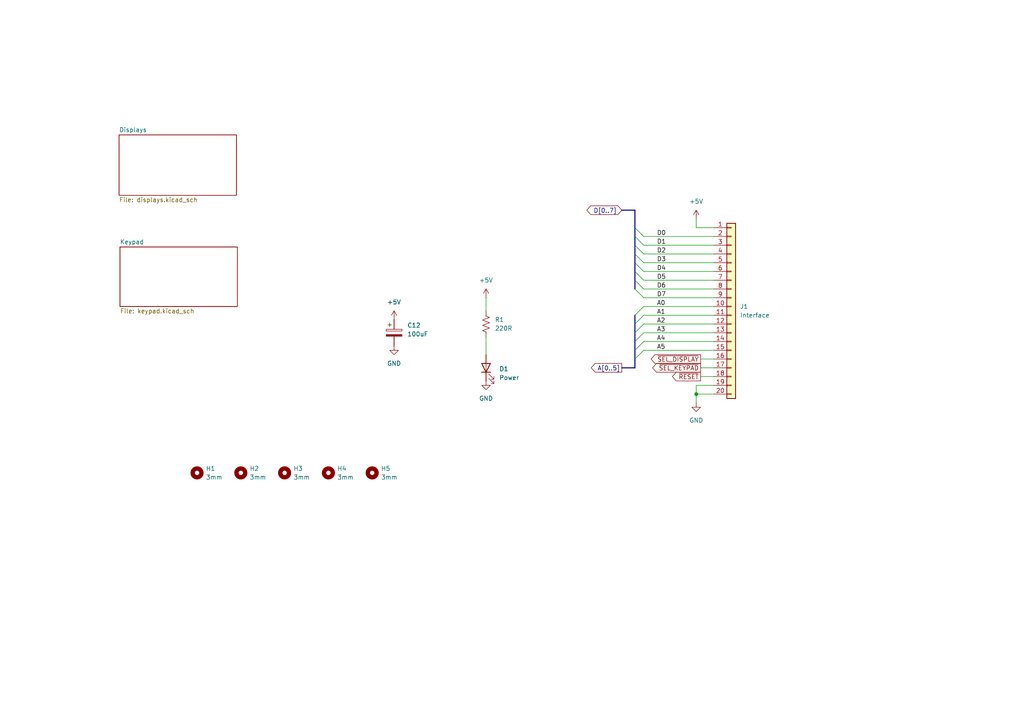
<source format=kicad_sch>
(kicad_sch (version 20231120) (generator "eeschema") (generator_version "8.0")
  (paper "A4")
  (title_block (title "Generic Front Panel FP-01") (date "May 2025") (rev "1") (comment 1 "Copyright (c) 2025 Rhys Weatherley"))
  (lib_symbols
    (symbol "Connector_Generic:Conn_01x20" (pin_names (offset 1.016) hide)
      (property "Reference" "J" (at 0 25.4 0))
      (property "Value" "Conn_01x20" (at 0 -27.94 0))
      (symbol "Conn_01x20_1_1"
        (rectangle (start -1.27 -25.273) (end 0 -25.527) (stroke (width 0.1524)))
        (rectangle (start -1.27 -22.733) (end 0 -22.987) (stroke (width 0.1524)))
        (rectangle (start -1.27 -20.193) (end 0 -20.447) (stroke (width 0.1524)))
        (rectangle (start -1.27 -17.653) (end 0 -17.907) (stroke (width 0.1524)))
        (rectangle (start -1.27 -15.113) (end 0 -15.367) (stroke (width 0.1524)))
        (rectangle (start -1.27 -12.573) (end 0 -12.827) (stroke (width 0.1524)))
        (rectangle (start -1.27 -10.033) (end 0 -10.287) (stroke (width 0.1524)))
        (rectangle (start -1.27 -7.493) (end 0 -7.747) (stroke (width 0.1524)))
        (rectangle (start -1.27 -4.953) (end 0 -5.207) (stroke (width 0.1524)))
        (rectangle (start -1.27 -2.413) (end 0 -2.667) (stroke (width 0.1524)))
        (rectangle (start -1.27 0.127) (end 0 -0.127) (stroke (width 0.1524)))
        (rectangle (start -1.27 2.667) (end 0 2.413) (stroke (width 0.1524)))
        (rectangle (start -1.27 5.207) (end 0 4.953) (stroke (width 0.1524)))
        (rectangle (start -1.27 7.747) (end 0 7.493) (stroke (width 0.1524)))
        (rectangle (start -1.27 10.287) (end 0 10.033) (stroke (width 0.1524)))
        (rectangle (start -1.27 12.827) (end 0 12.573) (stroke (width 0.1524)))
        (rectangle (start -1.27 15.367) (end 0 15.113) (stroke (width 0.1524)))
        (rectangle (start -1.27 17.907) (end 0 17.653) (stroke (width 0.1524)))
        (rectangle (start -1.27 20.447) (end 0 20.193) (stroke (width 0.1524)))
        (rectangle (start -1.27 22.987) (end 0 22.733) (stroke (width 0.1524)))
        (rectangle (start -1.27 24.13) (end 1.27 -26.67) (stroke (width 0.254)) (fill (type background)))
        (pin passive line (at -5.08 22.86 0) (length 3.81) (name "Pin_1") (number "1"))
        (pin passive line (at -5.08 0 0) (length 3.81) (name "Pin_10") (number "10"))
        (pin passive line (at -5.08 -2.54 0) (length 3.81) (name "Pin_11") (number "11"))
        (pin passive line (at -5.08 -5.08 0) (length 3.81) (name "Pin_12") (number "12"))
        (pin passive line (at -5.08 -7.62 0) (length 3.81) (name "Pin_13") (number "13"))
        (pin passive line (at -5.08 -10.16 0) (length 3.81) (name "Pin_14") (number "14"))
        (pin passive line (at -5.08 -12.7 0) (length 3.81) (name "Pin_15") (number "15"))
        (pin passive line (at -5.08 -15.24 0) (length 3.81) (name "Pin_16") (number "16"))
        (pin passive line (at -5.08 -17.78 0) (length 3.81) (name "Pin_17") (number "17"))
        (pin passive line (at -5.08 -20.32 0) (length 3.81) (name "Pin_18") (number "18"))
        (pin passive line (at -5.08 -22.86 0) (length 3.81) (name "Pin_19") (number "19"))
        (pin passive line (at -5.08 20.32 0) (length 3.81) (name "Pin_2") (number "2"))
        (pin passive line (at -5.08 -25.4 0) (length 3.81) (name "Pin_20") (number "20"))
        (pin passive line (at -5.08 17.78 0) (length 3.81) (name "Pin_3") (number "3"))
        (pin passive line (at -5.08 15.24 0) (length 3.81) (name "Pin_4") (number "4"))
        (pin passive line (at -5.08 12.7 0) (length 3.81) (name "Pin_5") (number "5"))
        (pin passive line (at -5.08 10.16 0) (length 3.81) (name "Pin_6") (number "6"))
        (pin passive line (at -5.08 7.62 0) (length 3.81) (name "Pin_7") (number "7"))
        (pin passive line (at -5.08 5.08 0) (length 3.81) (name "Pin_8") (number "8"))
        (pin passive line (at -5.08 2.54 0) (length 3.81) (name "Pin_9") (number "9"))
      )
    )
    (symbol "Device:C_Polarized" (pin_numbers hide) (pin_names (offset 0.254))
      (property "Reference" "C" (at 0.635 2.54 0))
      (property "Value" "C_Polarized" (at 0.635 -2.54 0))
      (symbol "C_Polarized_0_1"
        (rectangle (start -2.286 0.508) (end 2.286 1.016))
        (polyline (pts (xy -1.778 2.286) (xy -0.762 2.286)))
        (polyline (pts (xy -1.27 2.794) (xy -1.27 1.778)))
        (rectangle (start 2.286 -0.508) (end -2.286 -1.016) (fill (type outline)))
      )
      (symbol "C_Polarized_1_1"
        (pin passive line (at 0 3.81 270) (length 2.794) (name "~") (number "1"))
        (pin passive line (at 0 -3.81 90) (length 2.794) (name "~") (number "2"))
      )
    )
    (symbol "Device:LED" (pin_numbers hide) (pin_names (offset 1.016) hide)
      (property "Reference" "D" (at 0 2.54 0))
      (property "Value" "LED" (at 0 -2.54 0))
      (symbol "LED_0_1"
        (polyline (pts (xy -1.27 -1.27) (xy -1.27 1.27)) (stroke (width 0.254)))
        (polyline (pts (xy -1.27 0) (xy 1.27 0)))
        (polyline (pts (xy 1.27 -1.27) (xy 1.27 1.27) (xy -1.27 0) (xy 1.27 -1.27)) (stroke (width 0.254)))
        (polyline (pts (xy -3.048 -0.762) (xy -4.572 -2.286) (xy -3.81 -2.286) (xy -4.572 -2.286) (xy -4.572 -1.524)))
        (polyline (pts (xy -1.778 -0.762) (xy -3.302 -2.286) (xy -2.54 -2.286) (xy -3.302 -2.286) (xy -3.302 -1.524)))
      )
      (symbol "LED_1_1"
        (pin passive line (at -3.81 0 0) (length 2.54) (name "K") (number "1"))
        (pin passive line (at 3.81 0 180) (length 2.54) (name "A") (number "2"))
      )
    )
    (symbol "Device:R_US" (pin_numbers hide) (pin_names (offset 0))
      (property "Reference" "R" (at 2.54 0 90))
      (property "Value" "R_US" (at -2.54 0 90))
      (symbol "R_US_0_1"
        (polyline (pts (xy 0 -2.286) (xy 0 -2.54)))
        (polyline (pts (xy 0 2.286) (xy 0 2.54)))
        (polyline (pts (xy 0 -0.762) (xy 1.016 -1.143) (xy 0 -1.524) (xy -1.016 -1.905) (xy 0 -2.286)))
        (polyline (pts (xy 0 0.762) (xy 1.016 0.381) (xy 0 0) (xy -1.016 -0.381) (xy 0 -0.762)))
        (polyline (pts (xy 0 2.286) (xy 1.016 1.905) (xy 0 1.524) (xy -1.016 1.143) (xy 0 0.762)))
      )
      (symbol "R_US_1_1"
        (pin passive line (at 0 3.81 270) (length 1.27) (name "~") (number "1"))
        (pin passive line (at 0 -3.81 90) (length 1.27) (name "~") (number "2"))
      )
    )
    (symbol "Mechanical:MountingHole" (pin_names (offset 1.016)) (exclude_from_sim yes) (in_bom no)
      (property "Reference" "H" (at 0 5.08 0))
      (property "Value" "MountingHole" (at 0 3.175 0))
      (symbol "MountingHole_0_1"
        (circle (center 0 0) (radius 1.27) (stroke (width 1.27)))
      )
    )
    (symbol "power:+5V" (power) (pin_numbers hide) (pin_names (offset 0) hide)
      (property "Value" "+5V" (at 0 3.556 0))
      (symbol "+5V_0_1"
        (polyline (pts (xy -0.762 1.27) (xy 0 2.54)))
        (polyline (pts (xy 0 0) (xy 0 2.54)))
        (polyline (pts (xy 0 2.54) (xy 0.762 1.27)))
      )
      (symbol "+5V_1_1"
        (pin power_in line (at 0 0 90) (length 0) (name "~") (number "1"))
      )
    )
    (symbol "power:GND" (power) (pin_numbers hide) (pin_names (offset 0) hide)
      (property "Value" "GND" (at 0 -3.81 0))
      (symbol "GND_0_1"
        (polyline (pts (xy 0 0) (xy 0 -1.27) (xy 1.27 -1.27) (xy 0 -2.54) (xy -1.27 -1.27) (xy 0 -1.27)))
      )
      (symbol "GND_1_1"
        (pin power_in line (at 0 0 270) (length 0) (name "~") (number "1"))
      )
    )
  )
  (junction (at 201.93 114.3))
  (bus_entry (at 184.15 83.82) (size 2.54 2.54))
  (bus_entry (at 184.15 93.98) (size 2.54 -2.54))
  (bus_entry (at 184.15 101.6) (size 2.54 -2.54))
  (bus_entry (at 184.15 104.14) (size 2.54 -2.54))
  (bus_entry (at 184.15 73.66) (size 2.54 2.54))
  (bus_entry (at 184.15 78.74) (size 2.54 2.54))
  (bus_entry (at 184.15 91.44) (size 2.54 -2.54))
  (bus_entry (at 184.15 66.04) (size 2.54 2.54))
  (bus_entry (at 184.15 71.12) (size 2.54 2.54))
  (bus_entry (at 184.15 99.06) (size 2.54 -2.54))
  (bus_entry (at 184.15 68.58) (size 2.54 2.54))
  (bus_entry (at 184.15 76.2) (size 2.54 2.54))
  (bus_entry (at 184.15 96.52) (size 2.54 -2.54))
  (bus_entry (at 184.15 81.28) (size 2.54 2.54))
  (wire (pts (xy 186.69 88.9) (xy 207.01 88.9)))
  (wire (pts (xy 186.69 83.82) (xy 207.01 83.82)))
  (wire (pts (xy 186.69 68.58) (xy 207.01 68.58)))
  (wire (pts (xy 207.01 111.76) (xy 201.93 111.76)))
  (wire (pts (xy 186.69 101.6) (xy 207.01 101.6)))
  (bus (pts (xy 184.15 91.44) (xy 184.15 93.98)))
  (wire (pts (xy 140.97 86.36) (xy 140.97 90.17)))
  (wire (pts (xy 186.69 71.12) (xy 207.01 71.12)))
  (bus (pts (xy 180.34 106.68) (xy 184.15 106.68)))
  (wire (pts (xy 186.69 99.06) (xy 207.01 99.06)))
  (bus (pts (xy 184.15 60.96) (xy 184.15 66.04)))
  (wire (pts (xy 186.69 73.66) (xy 207.01 73.66)))
  (wire (pts (xy 207.01 66.04) (xy 201.93 66.04)))
  (wire (pts (xy 186.69 76.2) (xy 207.01 76.2)))
  (bus (pts (xy 184.15 68.58) (xy 184.15 71.12)))
  (wire (pts (xy 201.93 111.76) (xy 201.93 114.3)))
  (bus (pts (xy 184.15 73.66) (xy 184.15 76.2)))
  (bus (pts (xy 180.34 60.96) (xy 184.15 60.96)))
  (wire (pts (xy 140.97 97.79) (xy 140.97 102.87)))
  (wire (pts (xy 186.69 78.74) (xy 207.01 78.74)))
  (bus (pts (xy 184.15 71.12) (xy 184.15 73.66)))
  (wire (pts (xy 201.93 116.84) (xy 201.93 114.3)))
  (bus (pts (xy 184.15 66.04) (xy 184.15 68.58)))
  (bus (pts (xy 184.15 76.2) (xy 184.15 78.74)))
  (bus (pts (xy 184.15 81.28) (xy 184.15 83.82)))
  (wire (pts (xy 186.69 93.98) (xy 207.01 93.98)))
  (wire (pts (xy 186.69 86.36) (xy 207.01 86.36)))
  (bus (pts (xy 184.15 96.52) (xy 184.15 99.06)))
  (bus (pts (xy 184.15 104.14) (xy 184.15 106.68)))
  (wire (pts (xy 201.93 66.04) (xy 201.93 63.5)))
  (bus (pts (xy 184.15 78.74) (xy 184.15 81.28)))
  (wire (pts (xy 201.93 114.3) (xy 207.01 114.3)))
  (wire (pts (xy 186.69 96.52) (xy 207.01 96.52)))
  (wire (pts (xy 203.2 109.22) (xy 207.01 109.22)))
  (bus (pts (xy 184.15 101.6) (xy 184.15 104.14)))
  (wire (pts (xy 186.69 91.44) (xy 207.01 91.44)))
  (bus (pts (xy 184.15 99.06) (xy 184.15 101.6)))
  (wire (pts (xy 203.2 106.68) (xy 207.01 106.68)))
  (wire (pts (xy 203.2 104.14) (xy 207.01 104.14)))
  (bus (pts (xy 184.15 93.98) (xy 184.15 96.52)))
  (wire (pts (xy 186.69 81.28) (xy 207.01 81.28)))
  (label "A1" (at 190.5 91.44 0))
  (label "A3" (at 190.5 96.52 0))
  (label "D1" (at 190.5 71.12 0))
  (label "D0" (at 190.5 68.58 0))
  (label "D4" (at 190.5 78.74 0))
  (label "D6" (at 190.5 83.82 0))
  (label "D3" (at 190.5 76.2 0))
  (label "D2" (at 190.5 73.66 0))
  (label "D5" (at 190.5 81.28 0))
  (label "A4" (at 190.5 99.06 0))
  (label "A0" (at 190.5 88.9 0))
  (label "A5" (at 190.5 101.6 0))
  (label "D7" (at 190.5 86.36 0))
  (label "A2" (at 190.5 93.98 0))
  (global_label "~{SEL_DISPLAY}" (shape output) (at 203.2 104.14 180) (property "Intersheetrefs" "${INTERSHEET_REFS}" (effects (hide yes))))
  (global_label "~{SEL_KEYPAD}" (shape output) (at 203.2 106.68 180) (property "Intersheetrefs" "${INTERSHEET_REFS}" (effects (hide yes))))
  (global_label "~{RESET}" (shape output) (at 203.2 109.22 180) (property "Intersheetrefs" "${INTERSHEET_REFS}" (effects (hide yes))))
  (global_label "D[0..7]" (shape bidirectional) (at 180.34 60.96 180) (property "Intersheetrefs" "${INTERSHEET_REFS}" (effects (hide yes))))
  (global_label "A[0..5]" (shape output) (at 180.34 106.68 180) (property "Intersheetrefs" "${INTERSHEET_REFS}" (effects (hide yes))))
  (symbol (lib_id "Mechanical:MountingHole") (at 107.95 137.16 0) (unit 1) (exclude_from_sim yes) (in_bom no)
    (property "Reference" "H5" (at 110.49 135.8899 0) (effects (justify left)))
    (property "Value" "3mm" (at 110.49 138.4299 0) (effects (justify left)))
    (property "Footprint" "MountingHole:MountingHole_3mm" (effects (hide yes)))
    (property "Description" "Mounting Hole without connection" (effects (hide yes)))
  )
  (symbol (lib_id "Device:LED") (at 140.97 106.68 90) (unit 1)
    (property "Reference" "D1" (at 144.78 106.9974 90) (effects (justify right)))
    (property "Value" "Power" (at 144.78 109.5374 90) (effects (justify right)))
    (property "Footprint" "LED_THT:LED_D5.0mm" (effects (hide yes)))
    (property "Description" "Light emitting diode" (effects (hide yes)))
  )
  (symbol (lib_id "Mechanical:MountingHole") (at 95.25 137.16 0) (unit 1) (exclude_from_sim yes) (in_bom no)
    (property "Reference" "H4" (at 97.79 135.8899 0) (effects (justify left)))
    (property "Value" "3mm" (at 97.79 138.4299 0) (effects (justify left)))
    (property "Footprint" "MountingHole:MountingHole_3mm" (effects (hide yes)))
    (property "Description" "Mounting Hole without connection" (effects (hide yes)))
  )
  (symbol (lib_id "power:GND") (at 201.93 116.84 0) (unit 1)
    (property "Reference" "#PWR45" (effects (hide yes)))
    (property "Value" "GND" (at 201.93 121.92 0))
    (property "Description" "Power symbol creates a global label with name \"GND\" , ground" (effects (hide yes)))
  )
  (symbol (lib_id "power:GND") (at 140.97 110.49 0) (unit 1)
    (property "Reference" "#PWR2" (effects (hide yes)))
    (property "Value" "GND" (at 140.97 115.57 0))
    (property "Description" "Power symbol creates a global label with name \"GND\" , ground" (effects (hide yes)))
  )
  (symbol (lib_id "Device:R_US") (at 140.97 93.98 0) (unit 1)
    (property "Reference" "R1" (at 143.51 92.7099 0) (effects (justify left)))
    (property "Value" "220R" (at 143.51 95.2499 0) (effects (justify left)))
    (property "Footprint" "Resistor_THT:R_Axial_DIN0207_L6.3mm_D2.5mm_P10.16mm_Horizontal" (effects (hide yes)))
    (property "Description" "Resistor, US symbol" (effects (hide yes)))
  )
  (symbol (lib_id "Mechanical:MountingHole") (at 69.85 137.16 0) (unit 1) (exclude_from_sim yes) (in_bom no)
    (property "Reference" "H2" (at 72.39 135.8899 0) (effects (justify left)))
    (property "Value" "3mm" (at 72.39 138.4299 0) (effects (justify left)))
    (property "Footprint" "MountingHole:MountingHole_3mm" (effects (hide yes)))
    (property "Description" "Mounting Hole without connection" (effects (hide yes)))
  )
  (symbol (lib_id "power:+5V") (at 114.3 92.71 0) (unit 1)
    (property "Reference" "#PWR43" (effects (hide yes)))
    (property "Value" "+5V" (at 114.3 87.63 0))
    (property "Description" "Power symbol creates a global label with name \"+5V\"" (effects (hide yes)))
  )
  (symbol (lib_id "Mechanical:MountingHole") (at 82.55 137.16 0) (unit 1) (exclude_from_sim yes) (in_bom no)
    (property "Reference" "H3" (at 85.09 135.8899 0) (effects (justify left)))
    (property "Value" "3mm" (at 85.09 138.4299 0) (effects (justify left)))
    (property "Footprint" "MountingHole:MountingHole_3mm" (effects (hide yes)))
    (property "Description" "Mounting Hole without connection" (effects (hide yes)))
  )
  (symbol (lib_id "power:+5V") (at 140.97 86.36 0) (unit 1)
    (property "Reference" "#PWR1" (effects (hide yes)))
    (property "Value" "+5V" (at 140.97 81.28 0))
    (property "Description" "Power symbol creates a global label with name \"+5V\"" (effects (hide yes)))
  )
  (symbol (lib_id "power:+5V") (at 201.93 63.5 0) (unit 1)
    (property "Reference" "#PWR44" (effects (hide yes)))
    (property "Value" "+5V" (at 201.93 58.42 0))
    (property "Description" "Power symbol creates a global label with name \"+5V\"" (effects (hide yes)))
  )
  (symbol (lib_id "Device:C_Polarized") (at 114.3 96.52 0) (unit 1)
    (property "Reference" "C12" (at 118.11 94.3609 0) (effects (justify left)))
    (property "Value" "100uF" (at 118.11 96.9009 0) (effects (justify left)))
    (property "Footprint" "Capacitor_THT:CP_Radial_D6.3mm_P2.50mm" (effects (hide yes)))
    (property "Description" "Polarized capacitor" (effects (hide yes)))
  )
  (symbol (lib_id "Connector_Generic:Conn_01x20") (at 212.09 88.9 0) (unit 1)
    (property "Reference" "J1" (at 214.63 88.8999 0) (effects (justify left)))
    (property "Value" "Interface" (at 214.63 91.4399 0) (effects (justify left)))
    (property "Footprint" "Connector_PinSocket_2.54mm:PinSocket_1x20_P2.54mm_Vertical" (effects (hide yes)))
    (property "Description" "Generic connector, single row, 01x20, script generated (kicad-library-utils/schlib/autogen/connector/)" (effects (hide yes)))
  )
  (symbol (lib_id "power:GND") (at 114.3 100.33 0) (unit 1)
    (property "Reference" "#PWR42" (effects (hide yes)))
    (property "Value" "GND" (at 114.3 105.41 0))
    (property "Description" "Power symbol creates a global label with name \"GND\" , ground" (effects (hide yes)))
  )
  (symbol (lib_id "Mechanical:MountingHole") (at 57.15 137.16 0) (unit 1) (exclude_from_sim yes) (in_bom no)
    (property "Reference" "H1" (at 59.69 135.8899 0) (effects (justify left)))
    (property "Value" "3mm" (at 59.69 138.4299 0) (effects (justify left)))
    (property "Footprint" "MountingHole:MountingHole_3mm" (effects (hide yes)))
    (property "Description" "Mounting Hole without connection" (effects (hide yes)))
  )
  (sheet (at 34.544 39.116) (size 34.036 17.526) (stroke (width 0.1524))
    (property "Sheetname" "Displays" (at 34.544 38.4044 0) (effects (justify left bottom)))
    (property "Sheetfile" "displays.kicad_sch" (at 34.544 57.2266 0) (effects (justify left top)))
  )
  (sheet (at 34.798 71.628) (size 34.036 17.272) (stroke (width 0.1524))
    (property "Sheetname" "Keypad" (at 34.798 70.9164 0) (effects (justify left bottom)))
    (property "Sheetfile" "keypad.kicad_sch" (at 34.798 89.4846 0) (effects (justify left top)))
  )
)
</source>
